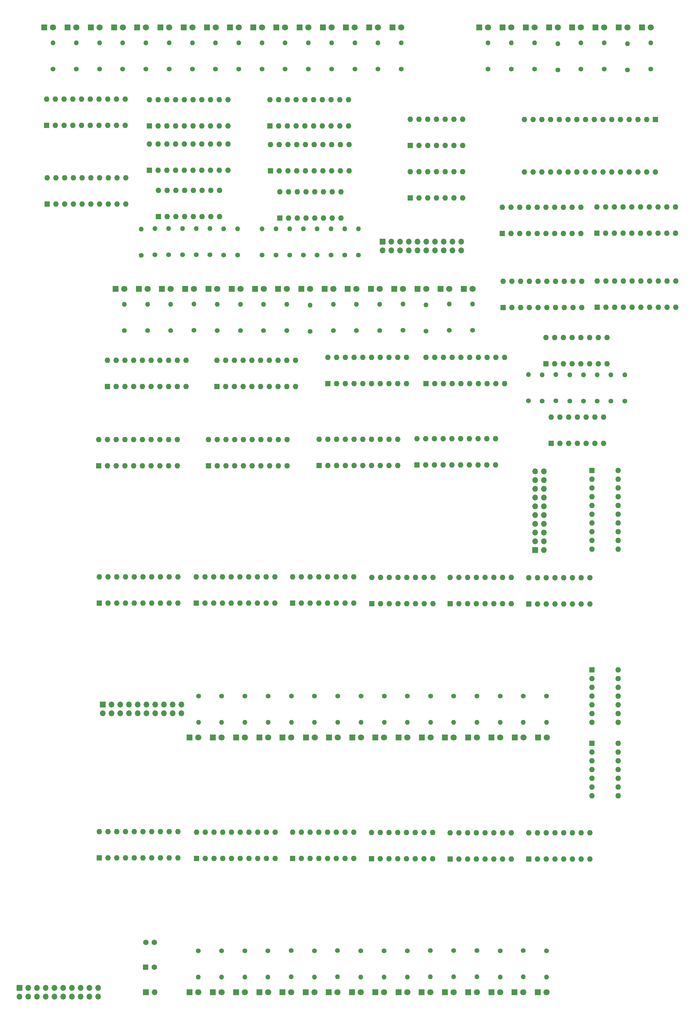
<source format=gbr>
G04 #@! TF.GenerationSoftware,KiCad,Pcbnew,8.0.2*
G04 #@! TF.CreationDate,2024-05-23T12:11:11+02:00*
G04 #@! TF.ProjectId,final-memory,66696e61-6c2d-46d6-956d-6f72792e6b69,rev?*
G04 #@! TF.SameCoordinates,Original*
G04 #@! TF.FileFunction,Soldermask,Bot*
G04 #@! TF.FilePolarity,Negative*
%FSLAX46Y46*%
G04 Gerber Fmt 4.6, Leading zero omitted, Abs format (unit mm)*
G04 Created by KiCad (PCBNEW 8.0.2) date 2024-05-23 12:11:11*
%MOMM*%
%LPD*%
G01*
G04 APERTURE LIST*
%ADD10C,1.400000*%
%ADD11O,1.400000X1.400000*%
%ADD12R,1.800000X1.800000*%
%ADD13C,1.800000*%
%ADD14R,1.600000X1.600000*%
%ADD15O,1.600000X1.600000*%
%ADD16R,1.700000X1.700000*%
%ADD17O,1.700000X1.700000*%
%ADD18C,1.600000*%
G04 APERTURE END LIST*
D10*
X116331572Y-120120000D03*
D11*
X116331572Y-112500000D03*
D12*
X175396572Y-129940000D03*
D13*
X177936572Y-129940000D03*
D12*
X186671572Y-54000000D03*
D13*
X189211572Y-54000000D03*
D10*
X164421572Y-142000000D03*
D11*
X164421572Y-134380000D03*
D10*
X69446572Y-66120000D03*
D11*
X69446572Y-58500000D03*
D12*
X142896572Y-334250000D03*
D13*
X145436572Y-334250000D03*
D14*
X140091572Y-181250000D03*
D15*
X142631572Y-181250000D03*
X145171572Y-181250000D03*
X147711572Y-181250000D03*
X150251572Y-181250000D03*
X152791572Y-181250000D03*
X155331572Y-181250000D03*
X157871572Y-181250000D03*
X160411572Y-181250000D03*
X162951572Y-181250000D03*
X162951572Y-173630000D03*
X160411572Y-173630000D03*
X157871572Y-173630000D03*
X155331572Y-173630000D03*
X152791572Y-173630000D03*
X150251572Y-173630000D03*
X147711572Y-173630000D03*
X145171572Y-173630000D03*
X142631572Y-173630000D03*
X140091572Y-173630000D03*
D14*
X219421572Y-182710000D03*
D15*
X219421572Y-185250000D03*
X219421572Y-187790000D03*
X219421572Y-190330000D03*
X219421572Y-192870000D03*
X219421572Y-195410000D03*
X219421572Y-197950000D03*
X219421572Y-200490000D03*
X219421572Y-203030000D03*
X219421572Y-205570000D03*
X227041572Y-205570000D03*
X227041572Y-203030000D03*
X227041572Y-200490000D03*
X227041572Y-197950000D03*
X227041572Y-195410000D03*
X227041572Y-192870000D03*
X227041572Y-190330000D03*
X227041572Y-187790000D03*
X227041572Y-185250000D03*
X227041572Y-182710000D03*
D10*
X137421572Y-142310000D03*
D11*
X137421572Y-134690000D03*
D10*
X89696572Y-66120000D03*
D11*
X89696572Y-58500000D03*
D10*
X143501572Y-120130000D03*
D11*
X143501572Y-112510000D03*
D12*
X121411572Y-129940000D03*
D13*
X123951572Y-129940000D03*
D12*
X115896572Y-334250000D03*
D13*
X118436572Y-334250000D03*
D10*
X206196572Y-322190000D03*
D11*
X206196572Y-329810000D03*
D14*
X178171572Y-295550000D03*
D15*
X180711572Y-295550000D03*
X183251572Y-295550000D03*
X185791572Y-295550000D03*
X188331572Y-295550000D03*
X190871572Y-295550000D03*
X193411572Y-295550000D03*
X195951572Y-295550000D03*
X195951572Y-287930000D03*
X193411572Y-287930000D03*
X190871572Y-287930000D03*
X188331572Y-287930000D03*
X185791572Y-287930000D03*
X183251572Y-287930000D03*
X180711572Y-287930000D03*
X178171572Y-287930000D03*
D12*
X129421572Y-334250000D03*
D13*
X131961572Y-334250000D03*
D10*
X229711572Y-66370000D03*
D11*
X229711572Y-58750000D03*
D16*
X158551572Y-116210000D03*
D17*
X158551572Y-118750000D03*
X161091572Y-116210000D03*
X161091572Y-118750000D03*
X163631572Y-116210000D03*
X163631572Y-118750000D03*
X166171572Y-116210000D03*
X166171572Y-118750000D03*
X168711572Y-116210000D03*
X168711572Y-118750000D03*
X171251572Y-116210000D03*
X171251572Y-118750000D03*
X173791572Y-116210000D03*
X173791572Y-118750000D03*
X176331572Y-116210000D03*
X176331572Y-118750000D03*
X178871572Y-116210000D03*
X178871572Y-118750000D03*
X181411572Y-116210000D03*
X181411572Y-118750000D03*
D10*
X209461572Y-66370000D03*
D11*
X209461572Y-58750000D03*
D12*
X196911572Y-334250000D03*
D13*
X199451572Y-334250000D03*
D12*
X147891572Y-54000000D03*
D13*
X150431572Y-54000000D03*
D10*
X135501572Y-120130000D03*
D11*
X135501572Y-112510000D03*
D10*
X110411572Y-142060000D03*
D11*
X110411572Y-134440000D03*
D10*
X104331572Y-120060000D03*
D11*
X104331572Y-112440000D03*
D10*
X147501572Y-120130000D03*
D11*
X147501572Y-112510000D03*
D14*
X201046572Y-295550000D03*
D15*
X203586572Y-295550000D03*
X206126572Y-295550000D03*
X208666572Y-295550000D03*
X211206572Y-295550000D03*
X213746572Y-295550000D03*
X216286572Y-295550000D03*
X218826572Y-295550000D03*
X218826572Y-287930000D03*
X216286572Y-287930000D03*
X213746572Y-287930000D03*
X211206572Y-287930000D03*
X208666572Y-287930000D03*
X206126572Y-287930000D03*
X203586572Y-287930000D03*
X201046572Y-287930000D03*
D10*
X144171572Y-142060000D03*
D11*
X144171572Y-134440000D03*
D10*
X172486572Y-248250000D03*
D11*
X172486572Y-255870000D03*
D10*
X131501572Y-120130000D03*
D11*
X131501572Y-112510000D03*
D10*
X108331572Y-120060000D03*
D11*
X108331572Y-112440000D03*
D10*
X130196572Y-66120000D03*
D11*
X130196572Y-58500000D03*
D14*
X220931572Y-135300000D03*
D15*
X223471572Y-135300000D03*
X226011572Y-135300000D03*
X228551572Y-135300000D03*
X231091572Y-135300000D03*
X233631572Y-135300000D03*
X236171572Y-135300000D03*
X238711572Y-135300000D03*
X241251572Y-135300000D03*
X243791572Y-135300000D03*
X243791572Y-127680000D03*
X241251572Y-127680000D03*
X238711572Y-127680000D03*
X236171572Y-127680000D03*
X233631572Y-127680000D03*
X231091572Y-127680000D03*
X228551572Y-127680000D03*
X226011572Y-127680000D03*
X223471572Y-127680000D03*
X220931572Y-127680000D03*
D12*
X80431572Y-54000000D03*
D13*
X82971572Y-54000000D03*
D14*
X60996572Y-105300000D03*
D15*
X63536572Y-105300000D03*
X66076572Y-105300000D03*
X68616572Y-105300000D03*
X71156572Y-105300000D03*
X73696572Y-105300000D03*
X76236572Y-105300000D03*
X78776572Y-105300000D03*
X81316572Y-105300000D03*
X83856572Y-105300000D03*
X83856572Y-97680000D03*
X81316572Y-97680000D03*
X78776572Y-97680000D03*
X76236572Y-97680000D03*
X73696572Y-97680000D03*
X71156572Y-97680000D03*
X68616572Y-97680000D03*
X66076572Y-97680000D03*
X63536572Y-97680000D03*
X60996572Y-97680000D03*
D12*
X161881572Y-129940000D03*
D13*
X164421572Y-129940000D03*
D16*
X77131572Y-250710000D03*
D17*
X77131572Y-253250000D03*
X79671572Y-250710000D03*
X79671572Y-253250000D03*
X82211572Y-250710000D03*
X82211572Y-253250000D03*
X84751572Y-250710000D03*
X84751572Y-253250000D03*
X87291572Y-250710000D03*
X87291572Y-253250000D03*
X89831572Y-250710000D03*
X89831572Y-253250000D03*
X92371572Y-250710000D03*
X92371572Y-253250000D03*
X94911572Y-250710000D03*
X94911572Y-253250000D03*
X97451572Y-250710000D03*
X97451572Y-253250000D03*
X99991572Y-250710000D03*
X99991572Y-253250000D03*
D10*
X216211572Y-66120000D03*
D11*
X216211572Y-58500000D03*
D12*
X200171572Y-54000000D03*
D13*
X202711572Y-54000000D03*
D10*
X150921572Y-142060000D03*
D11*
X150921572Y-134440000D03*
D16*
X89646572Y-334250000D03*
D17*
X92186572Y-334250000D03*
D12*
X149711572Y-260250000D03*
D13*
X152251572Y-260250000D03*
D10*
X123911572Y-142060000D03*
D11*
X123911572Y-134440000D03*
D10*
X90161572Y-142060000D03*
D11*
X90161572Y-134440000D03*
D10*
X157671572Y-142060000D03*
D11*
X157671572Y-134440000D03*
D12*
X196921572Y-260250000D03*
D13*
X199461572Y-260250000D03*
D12*
X107431572Y-54000000D03*
D13*
X109971572Y-54000000D03*
D12*
X156421572Y-260250000D03*
D13*
X158961572Y-260250000D03*
D10*
X206196572Y-248190000D03*
D11*
X206196572Y-255810000D03*
D12*
X161406572Y-54000000D03*
D13*
X163946572Y-54000000D03*
D10*
X131936572Y-322130000D03*
D11*
X131936572Y-329750000D03*
D10*
X116696572Y-66120000D03*
D11*
X116696572Y-58500000D03*
D16*
X52931572Y-333000000D03*
D17*
X52931572Y-335540000D03*
X55471572Y-333000000D03*
X55471572Y-335540000D03*
X58011572Y-333000000D03*
X58011572Y-335540000D03*
X60551572Y-333000000D03*
X60551572Y-335540000D03*
X63091572Y-333000000D03*
X63091572Y-335540000D03*
X65631572Y-333000000D03*
X65631572Y-335540000D03*
X68171572Y-333000000D03*
X68171572Y-335540000D03*
X70711572Y-333000000D03*
X70711572Y-335540000D03*
X73251572Y-333000000D03*
X73251572Y-335540000D03*
X75791572Y-333000000D03*
X75791572Y-335540000D03*
D12*
X141141572Y-54000000D03*
D13*
X143681572Y-54000000D03*
D10*
X145436572Y-322130000D03*
D11*
X145436572Y-329750000D03*
D12*
X183421572Y-260250000D03*
D13*
X185961572Y-260250000D03*
D10*
X117161572Y-142060000D03*
D11*
X117161572Y-134440000D03*
D12*
X190186572Y-260250000D03*
D13*
X192726572Y-260250000D03*
D14*
X220851572Y-113750000D03*
D15*
X223391572Y-113750000D03*
X225931572Y-113750000D03*
X228471572Y-113750000D03*
X231011572Y-113750000D03*
X233551572Y-113750000D03*
X236091572Y-113750000D03*
X238631572Y-113750000D03*
X241171572Y-113750000D03*
X243711572Y-113750000D03*
X243711572Y-106130000D03*
X241171572Y-106130000D03*
X238631572Y-106130000D03*
X236091572Y-106130000D03*
X233551572Y-106130000D03*
X231011572Y-106130000D03*
X228471572Y-106130000D03*
X225931572Y-106130000D03*
X223391572Y-106130000D03*
X220851572Y-106130000D03*
D12*
X128121572Y-129940000D03*
D13*
X130661572Y-129940000D03*
D12*
X233936572Y-54000000D03*
D13*
X236476572Y-54000000D03*
D10*
X109946572Y-66120000D03*
D11*
X109946572Y-58500000D03*
D10*
X184671572Y-142000000D03*
D11*
X184671572Y-134380000D03*
D12*
X149671572Y-334250000D03*
D13*
X152211572Y-334250000D03*
D10*
X103661572Y-142000000D03*
D11*
X103661572Y-134380000D03*
D12*
X87156572Y-54000000D03*
D13*
X89696572Y-54000000D03*
D10*
X125236572Y-248190000D03*
D11*
X125236572Y-255810000D03*
D14*
X90681572Y-82620000D03*
D15*
X93221572Y-82620000D03*
X95761572Y-82620000D03*
X98301572Y-82620000D03*
X100841572Y-82620000D03*
X103381572Y-82620000D03*
X105921572Y-82620000D03*
X108461572Y-82620000D03*
X111001572Y-82620000D03*
X113541572Y-82620000D03*
X113541572Y-75000000D03*
X111001572Y-75000000D03*
X108461572Y-75000000D03*
X105921572Y-75000000D03*
X103381572Y-75000000D03*
X100841572Y-75000000D03*
X98301572Y-75000000D03*
X95761572Y-75000000D03*
X93221572Y-75000000D03*
X90681572Y-75000000D03*
D10*
X96911572Y-142060000D03*
D11*
X96911572Y-134440000D03*
D10*
X104911572Y-322190000D03*
D11*
X104911572Y-329810000D03*
D10*
X171171572Y-142250000D03*
D11*
X171171572Y-134630000D03*
D10*
X220921572Y-162500000D03*
D11*
X220921572Y-154880000D03*
D10*
X200921572Y-162440000D03*
D11*
X200921572Y-154820000D03*
D14*
X193601572Y-135370000D03*
D15*
X196141572Y-135370000D03*
X198681572Y-135370000D03*
X201221572Y-135370000D03*
X203761572Y-135370000D03*
X206301572Y-135370000D03*
X208841572Y-135370000D03*
X211381572Y-135370000D03*
X213921572Y-135370000D03*
X216461572Y-135370000D03*
X216461572Y-127750000D03*
X213921572Y-127750000D03*
X211381572Y-127750000D03*
X208841572Y-127750000D03*
X206301572Y-127750000D03*
X203761572Y-127750000D03*
X201221572Y-127750000D03*
X198681572Y-127750000D03*
X196141572Y-127750000D03*
X193601572Y-127750000D03*
D14*
X132381572Y-295370000D03*
D15*
X134921572Y-295370000D03*
X137461572Y-295370000D03*
X140001572Y-295370000D03*
X142541572Y-295370000D03*
X145081572Y-295370000D03*
X147621572Y-295370000D03*
X150161572Y-295370000D03*
X150161572Y-287750000D03*
X147621572Y-287750000D03*
X145081572Y-287750000D03*
X142541572Y-287750000D03*
X140001572Y-287750000D03*
X137461572Y-287750000D03*
X134921572Y-287750000D03*
X132381572Y-287750000D03*
D12*
X101121572Y-129940000D03*
D13*
X103661572Y-129940000D03*
D14*
X171141572Y-157430000D03*
D15*
X173681572Y-157430000D03*
X176221572Y-157430000D03*
X178761572Y-157430000D03*
X181301572Y-157430000D03*
X183841572Y-157430000D03*
X186381572Y-157430000D03*
X188921572Y-157430000D03*
X191461572Y-157430000D03*
X194001572Y-157430000D03*
X194001572Y-149810000D03*
X191461572Y-149810000D03*
X188921572Y-149810000D03*
X186381572Y-149810000D03*
X183841572Y-149810000D03*
X181301572Y-149810000D03*
X178761572Y-149810000D03*
X176221572Y-149810000D03*
X173681572Y-149810000D03*
X171141572Y-149810000D03*
D10*
X185946572Y-248190000D03*
D11*
X185946572Y-255810000D03*
D12*
X220421572Y-54000000D03*
D13*
X222961572Y-54000000D03*
D12*
X109146572Y-334250000D03*
D13*
X111686572Y-334250000D03*
D12*
X206921572Y-54000000D03*
D13*
X209461572Y-54000000D03*
D12*
X102396572Y-334250000D03*
D13*
X104936572Y-334250000D03*
D10*
X236461572Y-66120000D03*
D11*
X236461572Y-58500000D03*
D10*
X208921572Y-162440000D03*
D11*
X208921572Y-154820000D03*
D12*
X134881572Y-129940000D03*
D13*
X137421572Y-129940000D03*
D10*
X82946572Y-66120000D03*
D11*
X82946572Y-58500000D03*
D12*
X94371572Y-129940000D03*
D13*
X96911572Y-129940000D03*
D12*
X213671572Y-54000000D03*
D13*
X216211572Y-54000000D03*
D12*
X109171572Y-260250000D03*
D13*
X111711572Y-260250000D03*
D12*
X87621572Y-129940000D03*
D13*
X90161572Y-129940000D03*
D12*
X176671572Y-260250000D03*
D13*
X179211572Y-260250000D03*
D10*
X138696572Y-248250000D03*
D11*
X138696572Y-255870000D03*
D10*
X222961572Y-66120000D03*
D11*
X222961572Y-58500000D03*
D14*
X76171572Y-295250000D03*
D15*
X78711572Y-295250000D03*
X81251572Y-295250000D03*
X83791572Y-295250000D03*
X86331572Y-295250000D03*
X88871572Y-295250000D03*
X91411572Y-295250000D03*
X93951572Y-295250000D03*
X96491572Y-295250000D03*
X99031572Y-295250000D03*
X99031572Y-287630000D03*
X96491572Y-287630000D03*
X93951572Y-287630000D03*
X91411572Y-287630000D03*
X88871572Y-287630000D03*
X86331572Y-287630000D03*
X83791572Y-287630000D03*
X81251572Y-287630000D03*
X78711572Y-287630000D03*
X76171572Y-287630000D03*
D14*
X219371572Y-240625000D03*
D15*
X219371572Y-243165000D03*
X219371572Y-245705000D03*
X219371572Y-248245000D03*
X219371572Y-250785000D03*
X219371572Y-253325000D03*
X219371572Y-255865000D03*
X226991572Y-255865000D03*
X226991572Y-253325000D03*
X226991572Y-250785000D03*
X226991572Y-248245000D03*
X226991572Y-245705000D03*
X226991572Y-243165000D03*
X226991572Y-240625000D03*
D14*
X76141572Y-221250000D03*
D15*
X78681572Y-221250000D03*
X81221572Y-221250000D03*
X83761572Y-221250000D03*
X86301572Y-221250000D03*
X88841572Y-221250000D03*
X91381572Y-221250000D03*
X93921572Y-221250000D03*
X96461572Y-221250000D03*
X99001572Y-221250000D03*
X99001572Y-213630000D03*
X96461572Y-213630000D03*
X93921572Y-213630000D03*
X91381572Y-213630000D03*
X88841572Y-213630000D03*
X86301572Y-213630000D03*
X83761572Y-213630000D03*
X81221572Y-213630000D03*
X78681572Y-213630000D03*
X76141572Y-213630000D03*
D12*
X115936572Y-260250000D03*
D13*
X118476572Y-260250000D03*
D10*
X195961572Y-66120000D03*
D11*
X195961572Y-58500000D03*
D12*
X168646572Y-129940000D03*
D13*
X171186572Y-129940000D03*
D12*
X129421572Y-260250000D03*
D13*
X131961572Y-260250000D03*
D10*
X143696572Y-66120000D03*
D11*
X143696572Y-58500000D03*
D10*
X111696572Y-248190000D03*
D11*
X111696572Y-255810000D03*
D12*
X148381572Y-129940000D03*
D13*
X150921572Y-129940000D03*
D12*
X193421572Y-54000000D03*
D13*
X195961572Y-54000000D03*
D14*
X193311572Y-113870000D03*
D15*
X195851572Y-113870000D03*
X198391572Y-113870000D03*
X200931572Y-113870000D03*
X203471572Y-113870000D03*
X206011572Y-113870000D03*
X208551572Y-113870000D03*
X211091572Y-113870000D03*
X213631572Y-113870000D03*
X216171572Y-113870000D03*
X216171572Y-106250000D03*
X213631572Y-106250000D03*
X211091572Y-106250000D03*
X208551572Y-106250000D03*
X206011572Y-106250000D03*
X203471572Y-106250000D03*
X200931572Y-106250000D03*
X198391572Y-106250000D03*
X195851572Y-106250000D03*
X193311572Y-106250000D03*
D14*
X166546572Y-88300000D03*
D15*
X169086572Y-88300000D03*
X171626572Y-88300000D03*
X174166572Y-88300000D03*
X176706572Y-88300000D03*
X179246572Y-88300000D03*
X181786572Y-88300000D03*
X181786572Y-80680000D03*
X179246572Y-80680000D03*
X176706572Y-80680000D03*
X174166572Y-80680000D03*
X171626572Y-80680000D03*
X169086572Y-80680000D03*
X166546572Y-80680000D03*
D10*
X127501572Y-120130000D03*
D11*
X127501572Y-112510000D03*
D14*
X75996572Y-181300000D03*
D15*
X78536572Y-181300000D03*
X81076572Y-181300000D03*
X83616572Y-181300000D03*
X86156572Y-181300000D03*
X88696572Y-181300000D03*
X91236572Y-181300000D03*
X93776572Y-181300000D03*
X96316572Y-181300000D03*
X98856572Y-181300000D03*
X98856572Y-173680000D03*
X96316572Y-173680000D03*
X93776572Y-173680000D03*
X91236572Y-173680000D03*
X88696572Y-173680000D03*
X86156572Y-173680000D03*
X83616572Y-173680000D03*
X81076572Y-173680000D03*
X78536572Y-173680000D03*
X75996572Y-173680000D03*
D10*
X177921572Y-142000000D03*
D11*
X177921572Y-134380000D03*
D12*
X122711572Y-260250000D03*
D13*
X125251572Y-260250000D03*
D16*
X202881572Y-205820000D03*
D17*
X205421572Y-205820000D03*
X202881572Y-203280000D03*
X205421572Y-203280000D03*
X202881572Y-200740000D03*
X205421572Y-200740000D03*
X202881572Y-198200000D03*
X205421572Y-198200000D03*
X202881572Y-195660000D03*
X205421572Y-195660000D03*
X202881572Y-193120000D03*
X205421572Y-193120000D03*
X202881572Y-190580000D03*
X205421572Y-190580000D03*
X202881572Y-188040000D03*
X205421572Y-188040000D03*
X202881572Y-185500000D03*
X205421572Y-185500000D03*
X202881572Y-182960000D03*
X205421572Y-182960000D03*
D12*
X136171572Y-334250000D03*
D13*
X138711572Y-334250000D03*
D12*
X102421572Y-260250000D03*
D13*
X104961572Y-260250000D03*
D10*
X62696572Y-66120000D03*
D11*
X62696572Y-58500000D03*
D10*
X139501572Y-120130000D03*
D11*
X139501572Y-112510000D03*
D10*
X179186572Y-322130000D03*
D11*
X179186572Y-329750000D03*
D14*
X104311572Y-221250000D03*
D15*
X106851572Y-221250000D03*
X109391572Y-221250000D03*
X111931572Y-221250000D03*
X114471572Y-221250000D03*
X117011572Y-221250000D03*
X119551572Y-221250000D03*
X122091572Y-221250000D03*
X124631572Y-221250000D03*
X127171572Y-221250000D03*
X127171572Y-213630000D03*
X124631572Y-213630000D03*
X122091572Y-213630000D03*
X119551572Y-213630000D03*
X117011572Y-213630000D03*
X114471572Y-213630000D03*
X111931572Y-213630000D03*
X109391572Y-213630000D03*
X106851572Y-213630000D03*
X104311572Y-213630000D03*
D14*
X155351572Y-221380000D03*
D15*
X157891572Y-221380000D03*
X160431572Y-221380000D03*
X162971572Y-221380000D03*
X165511572Y-221380000D03*
X168051572Y-221380000D03*
X170591572Y-221380000D03*
X173131572Y-221380000D03*
X173131572Y-213760000D03*
X170591572Y-213760000D03*
X168051572Y-213760000D03*
X165511572Y-213760000D03*
X162971572Y-213760000D03*
X160431572Y-213760000D03*
X157891572Y-213760000D03*
X155351572Y-213760000D03*
D12*
X107871572Y-129940000D03*
D13*
X110411572Y-129940000D03*
D10*
X145486572Y-248250000D03*
D11*
X145486572Y-255870000D03*
D10*
X111686572Y-322190000D03*
D11*
X111686572Y-329810000D03*
D12*
X80871572Y-129940000D03*
D13*
X83411572Y-129940000D03*
D14*
X107866572Y-181300000D03*
D15*
X110406572Y-181300000D03*
X112946572Y-181300000D03*
X115486572Y-181300000D03*
X118026572Y-181300000D03*
X120566572Y-181300000D03*
X123106572Y-181300000D03*
X125646572Y-181300000D03*
X128186572Y-181300000D03*
X130726572Y-181300000D03*
X130726572Y-173680000D03*
X128186572Y-173680000D03*
X125646572Y-173680000D03*
X123106572Y-173680000D03*
X120566572Y-173680000D03*
X118026572Y-173680000D03*
X115486572Y-173680000D03*
X112946572Y-173680000D03*
X110406572Y-173680000D03*
X107866572Y-173680000D03*
D10*
X179196572Y-248190000D03*
D11*
X179196572Y-255810000D03*
D12*
X93931572Y-54000000D03*
D13*
X96471572Y-54000000D03*
D10*
X165686572Y-322190000D03*
D11*
X165686572Y-329810000D03*
D10*
X131986572Y-248190000D03*
D11*
X131986572Y-255810000D03*
D12*
X190161572Y-334250000D03*
D13*
X192701572Y-334250000D03*
D14*
X155341572Y-295500000D03*
D15*
X157881572Y-295500000D03*
X160421572Y-295500000D03*
X162961572Y-295500000D03*
X165501572Y-295500000D03*
X168041572Y-295500000D03*
X170581572Y-295500000D03*
X173121572Y-295500000D03*
X173121572Y-287880000D03*
X170581572Y-287880000D03*
X168041572Y-287880000D03*
X165501572Y-287880000D03*
X162961572Y-287880000D03*
X160421572Y-287880000D03*
X157881572Y-287880000D03*
X155341572Y-287880000D03*
D14*
X142566572Y-157430000D03*
D15*
X145106572Y-157430000D03*
X147646572Y-157430000D03*
X150186572Y-157430000D03*
X152726572Y-157430000D03*
X155266572Y-157430000D03*
X157806572Y-157430000D03*
X160346572Y-157430000D03*
X162886572Y-157430000D03*
X165426572Y-157430000D03*
X165426572Y-149810000D03*
X162886572Y-149810000D03*
X160346572Y-149810000D03*
X157806572Y-149810000D03*
X155266572Y-149810000D03*
X152726572Y-149810000D03*
X150186572Y-149810000D03*
X147646572Y-149810000D03*
X145106572Y-149810000D03*
X142566572Y-149810000D03*
D10*
X104986572Y-248190000D03*
D11*
X104986572Y-255810000D03*
D12*
X169896572Y-334250000D03*
D13*
X172436572Y-334250000D03*
D10*
X204921572Y-162500000D03*
D11*
X204921572Y-154880000D03*
D10*
X152186572Y-322190000D03*
D11*
X152186572Y-329810000D03*
D14*
X90721572Y-95490000D03*
D15*
X93261572Y-95490000D03*
X95801572Y-95490000D03*
X98341572Y-95490000D03*
X100881572Y-95490000D03*
X103421572Y-95490000D03*
X105961572Y-95490000D03*
X108501572Y-95490000D03*
X111041572Y-95490000D03*
X113581572Y-95490000D03*
X113581572Y-87870000D03*
X111041572Y-87870000D03*
X108501572Y-87870000D03*
X105961572Y-87870000D03*
X103421572Y-87870000D03*
X100881572Y-87870000D03*
X98341572Y-87870000D03*
X95801572Y-87870000D03*
X93261572Y-87870000D03*
X90721572Y-87870000D03*
D12*
X120906572Y-54000000D03*
D13*
X123446572Y-54000000D03*
D10*
X216921572Y-162500000D03*
D11*
X216921572Y-154880000D03*
D10*
X152236572Y-248190000D03*
D11*
X152236572Y-255810000D03*
D10*
X185946572Y-322130000D03*
D11*
X185946572Y-329750000D03*
D10*
X228921572Y-162500000D03*
D11*
X228921572Y-154880000D03*
D12*
X114636572Y-129940000D03*
D13*
X117176572Y-129940000D03*
D10*
X224921572Y-162500000D03*
D11*
X224921572Y-154880000D03*
D10*
X158986572Y-248250000D03*
D11*
X158986572Y-255870000D03*
D12*
X154656572Y-54000000D03*
D13*
X157196572Y-54000000D03*
D14*
X128626572Y-109370000D03*
D15*
X131166572Y-109370000D03*
X133706572Y-109370000D03*
X136246572Y-109370000D03*
X138786572Y-109370000D03*
X141326572Y-109370000D03*
X143866572Y-109370000D03*
X146406572Y-109370000D03*
X146406572Y-101750000D03*
X143866572Y-101750000D03*
X141326572Y-101750000D03*
X138786572Y-101750000D03*
X136246572Y-101750000D03*
X133706572Y-101750000D03*
X131166572Y-101750000D03*
X128626572Y-101750000D03*
D12*
X114141572Y-54000000D03*
D13*
X116681572Y-54000000D03*
D14*
X201016572Y-221430000D03*
D15*
X203556572Y-221430000D03*
X206096572Y-221430000D03*
X208636572Y-221430000D03*
X211176572Y-221430000D03*
X213716572Y-221430000D03*
X216256572Y-221430000D03*
X218796572Y-221430000D03*
X218796572Y-213810000D03*
X216256572Y-213810000D03*
X213716572Y-213810000D03*
X211176572Y-213810000D03*
X208636572Y-213810000D03*
X206096572Y-213810000D03*
X203556572Y-213810000D03*
X201016572Y-213810000D03*
D14*
X168496572Y-181120000D03*
D15*
X171036572Y-181120000D03*
X173576572Y-181120000D03*
X176116572Y-181120000D03*
X178656572Y-181120000D03*
X181196572Y-181120000D03*
X183736572Y-181120000D03*
X186276572Y-181120000D03*
X188816572Y-181120000D03*
X191356572Y-181120000D03*
X191356572Y-173500000D03*
X188816572Y-173500000D03*
X186276572Y-173500000D03*
X183736572Y-173500000D03*
X181196572Y-173500000D03*
X178656572Y-173500000D03*
X176116572Y-173500000D03*
X173576572Y-173500000D03*
X171036572Y-173500000D03*
X168496572Y-173500000D03*
D12*
X182131572Y-129940000D03*
D13*
X184671572Y-129940000D03*
D14*
X93301572Y-108940000D03*
D15*
X95841572Y-108940000D03*
X98381572Y-108940000D03*
X100921572Y-108940000D03*
X103461572Y-108940000D03*
X106001572Y-108940000D03*
X108541572Y-108940000D03*
X111081572Y-108940000D03*
X111081572Y-101320000D03*
X108541572Y-101320000D03*
X106001572Y-101320000D03*
X103461572Y-101320000D03*
X100921572Y-101320000D03*
X98381572Y-101320000D03*
X95841572Y-101320000D03*
X93301572Y-101320000D03*
D10*
X88331572Y-120190000D03*
D11*
X88331572Y-112570000D03*
D10*
X118446572Y-248190000D03*
D11*
X118446572Y-255810000D03*
D14*
X206046572Y-151740000D03*
D15*
X208586572Y-151740000D03*
X211126572Y-151740000D03*
X213666572Y-151740000D03*
X216206572Y-151740000D03*
X218746572Y-151740000D03*
X221286572Y-151740000D03*
X223826572Y-151740000D03*
X223826572Y-144120000D03*
X221286572Y-144120000D03*
X218746572Y-144120000D03*
X216206572Y-144120000D03*
X213666572Y-144120000D03*
X211126572Y-144120000D03*
X208586572Y-144120000D03*
X206046572Y-144120000D03*
D10*
X199446572Y-248250000D03*
D11*
X199446572Y-255870000D03*
D10*
X150446572Y-66120000D03*
D11*
X150446572Y-58500000D03*
D10*
X212921572Y-162500000D03*
D11*
X212921572Y-154880000D03*
D10*
X199446572Y-322130000D03*
D11*
X199446572Y-329750000D03*
D10*
X151501572Y-120130000D03*
D11*
X151501572Y-112510000D03*
D10*
X165736572Y-248250000D03*
D11*
X165736572Y-255870000D03*
D10*
X172411572Y-322130000D03*
D11*
X172411572Y-329750000D03*
D14*
X89606572Y-327000000D03*
D18*
X92106572Y-327000000D03*
D10*
X189211572Y-66120000D03*
D11*
X189211572Y-58500000D03*
D12*
X100681572Y-54000000D03*
D13*
X103221572Y-54000000D03*
D14*
X219371572Y-261915000D03*
D15*
X219371572Y-264455000D03*
X219371572Y-266995000D03*
X219371572Y-269535000D03*
X219371572Y-272075000D03*
X219371572Y-274615000D03*
X219371572Y-277155000D03*
X226991572Y-277155000D03*
X226991572Y-274615000D03*
X226991572Y-272075000D03*
X226991572Y-269535000D03*
X226991572Y-266995000D03*
X226991572Y-264455000D03*
X226991572Y-261915000D03*
D14*
X237861572Y-80760000D03*
D15*
X235321572Y-80760000D03*
X232781572Y-80760000D03*
X230241572Y-80760000D03*
X227701572Y-80760000D03*
X225161572Y-80760000D03*
X222621572Y-80760000D03*
X220081572Y-80760000D03*
X217541572Y-80760000D03*
X215001572Y-80760000D03*
X212461572Y-80760000D03*
X209921572Y-80760000D03*
X207381572Y-80760000D03*
X204841572Y-80760000D03*
X202301572Y-80760000D03*
X199761572Y-80760000D03*
X199761572Y-96000000D03*
X202301572Y-96000000D03*
X204841572Y-96000000D03*
X207381572Y-96000000D03*
X209921572Y-96000000D03*
X212461572Y-96000000D03*
X215001572Y-96000000D03*
X217541572Y-96000000D03*
X220081572Y-96000000D03*
X222621572Y-96000000D03*
X225161572Y-96000000D03*
X227701572Y-96000000D03*
X230241572Y-96000000D03*
X232781572Y-96000000D03*
X235321572Y-96000000D03*
X237861572Y-96000000D03*
D18*
X89661572Y-319750000D03*
X92161572Y-319750000D03*
D12*
X163146572Y-334250000D03*
D13*
X165686572Y-334250000D03*
D14*
X125761572Y-82620000D03*
D15*
X128301572Y-82620000D03*
X130841572Y-82620000D03*
X133381572Y-82620000D03*
X135921572Y-82620000D03*
X138461572Y-82620000D03*
X141001572Y-82620000D03*
X143541572Y-82620000D03*
X146081572Y-82620000D03*
X148621572Y-82620000D03*
X148621572Y-75000000D03*
X146081572Y-75000000D03*
X143541572Y-75000000D03*
X141001572Y-75000000D03*
X138461572Y-75000000D03*
X135921572Y-75000000D03*
X133381572Y-75000000D03*
X130841572Y-75000000D03*
X128301572Y-75000000D03*
X125761572Y-75000000D03*
D10*
X138696572Y-322190000D03*
D11*
X138696572Y-329810000D03*
D10*
X136946572Y-66120000D03*
D11*
X136946572Y-58500000D03*
D14*
X110366572Y-158300000D03*
D15*
X112906572Y-158300000D03*
X115446572Y-158300000D03*
X117986572Y-158300000D03*
X120526572Y-158300000D03*
X123066572Y-158300000D03*
X125606572Y-158300000D03*
X128146572Y-158300000D03*
X130686572Y-158300000D03*
X133226572Y-158300000D03*
X133226572Y-150680000D03*
X130686572Y-150680000D03*
X128146572Y-150680000D03*
X125606572Y-150680000D03*
X123066572Y-150680000D03*
X120526572Y-150680000D03*
X117986572Y-150680000D03*
X115446572Y-150680000D03*
X112906572Y-150680000D03*
X110366572Y-150680000D03*
D10*
X163946572Y-66120000D03*
D11*
X163946572Y-58500000D03*
D10*
X83411572Y-142060000D03*
D11*
X83411572Y-134440000D03*
D12*
X203646572Y-334250000D03*
D13*
X206186572Y-334250000D03*
D12*
X66946572Y-54000000D03*
D13*
X69486572Y-54000000D03*
D10*
X92331572Y-120060000D03*
D11*
X92331572Y-112440000D03*
D12*
X73696572Y-54000000D03*
D13*
X76236572Y-54000000D03*
D14*
X60786572Y-82430000D03*
D15*
X63326572Y-82430000D03*
X65866572Y-82430000D03*
X68406572Y-82430000D03*
X70946572Y-82430000D03*
X73486572Y-82430000D03*
X76026572Y-82430000D03*
X78566572Y-82430000D03*
X81106572Y-82430000D03*
X83646572Y-82430000D03*
X83646572Y-74810000D03*
X81106572Y-74810000D03*
X78566572Y-74810000D03*
X76026572Y-74810000D03*
X73486572Y-74810000D03*
X70946572Y-74810000D03*
X68406572Y-74810000D03*
X65866572Y-74810000D03*
X63326572Y-74810000D03*
X60786572Y-74810000D03*
D10*
X96446572Y-66120000D03*
D11*
X96446572Y-58500000D03*
D14*
X125931572Y-95620000D03*
D15*
X128471572Y-95620000D03*
X131011572Y-95620000D03*
X133551572Y-95620000D03*
X136091572Y-95620000D03*
X138631572Y-95620000D03*
X141171572Y-95620000D03*
X143711572Y-95620000D03*
X146251572Y-95620000D03*
X148791572Y-95620000D03*
X148791572Y-88000000D03*
X146251572Y-88000000D03*
X143711572Y-88000000D03*
X141171572Y-88000000D03*
X138631572Y-88000000D03*
X136091572Y-88000000D03*
X133551572Y-88000000D03*
X131011572Y-88000000D03*
X128471572Y-88000000D03*
X125931572Y-88000000D03*
D12*
X60171572Y-54000000D03*
D13*
X62711572Y-54000000D03*
D12*
X227171572Y-54000000D03*
D13*
X229711572Y-54000000D03*
D10*
X123446572Y-66120000D03*
D11*
X123446572Y-58500000D03*
D14*
X178141572Y-221380000D03*
D15*
X180681572Y-221380000D03*
X183221572Y-221380000D03*
X185761572Y-221380000D03*
X188301572Y-221380000D03*
X190841572Y-221380000D03*
X193381572Y-221380000D03*
X195921572Y-221380000D03*
X195921572Y-213760000D03*
X193381572Y-213760000D03*
X190841572Y-213760000D03*
X188301572Y-213760000D03*
X185761572Y-213760000D03*
X183221572Y-213760000D03*
X180681572Y-213760000D03*
X178141572Y-213760000D03*
D10*
X158936572Y-322190000D03*
D11*
X158936572Y-329810000D03*
D14*
X104381572Y-295370000D03*
D15*
X106921572Y-295370000D03*
X109461572Y-295370000D03*
X112001572Y-295370000D03*
X114541572Y-295370000D03*
X117081572Y-295370000D03*
X119621572Y-295370000D03*
X122161572Y-295370000D03*
X124701572Y-295370000D03*
X127241572Y-295370000D03*
X127241572Y-287750000D03*
X124701572Y-287750000D03*
X122161572Y-287750000D03*
X119621572Y-287750000D03*
X117081572Y-287750000D03*
X114541572Y-287750000D03*
X112001572Y-287750000D03*
X109461572Y-287750000D03*
X106921572Y-287750000D03*
X104381572Y-287750000D03*
D14*
X207546572Y-174800000D03*
D15*
X210086572Y-174800000D03*
X212626572Y-174800000D03*
X215166572Y-174800000D03*
X217706572Y-174800000D03*
X220246572Y-174800000D03*
X222786572Y-174800000D03*
X222786572Y-167180000D03*
X220246572Y-167180000D03*
X217706572Y-167180000D03*
X215166572Y-167180000D03*
X212626572Y-167180000D03*
X210086572Y-167180000D03*
X207546572Y-167180000D03*
D12*
X134391572Y-54000000D03*
D13*
X136931572Y-54000000D03*
D10*
X123501572Y-120130000D03*
D11*
X123501572Y-112510000D03*
D10*
X112331572Y-120120000D03*
D11*
X112331572Y-112500000D03*
D14*
X166546572Y-103550000D03*
D15*
X169086572Y-103550000D03*
X171626572Y-103550000D03*
X174166572Y-103550000D03*
X176706572Y-103550000D03*
X179246572Y-103550000D03*
X181786572Y-103550000D03*
X181786572Y-95930000D03*
X179246572Y-95930000D03*
X176706572Y-95930000D03*
X174166572Y-95930000D03*
X171626572Y-95930000D03*
X169086572Y-95930000D03*
X166546572Y-95930000D03*
D12*
X142936572Y-260250000D03*
D13*
X145476572Y-260250000D03*
D12*
X141631572Y-129940000D03*
D13*
X144171572Y-129940000D03*
D10*
X76196572Y-66120000D03*
D11*
X76196572Y-58500000D03*
D14*
X78546572Y-158300000D03*
D15*
X81086572Y-158300000D03*
X83626572Y-158300000D03*
X86166572Y-158300000D03*
X88706572Y-158300000D03*
X91246572Y-158300000D03*
X93786572Y-158300000D03*
X96326572Y-158300000D03*
X98866572Y-158300000D03*
X101406572Y-158300000D03*
X101406572Y-150680000D03*
X98866572Y-150680000D03*
X96326572Y-150680000D03*
X93786572Y-150680000D03*
X91246572Y-150680000D03*
X88706572Y-150680000D03*
X86166572Y-150680000D03*
X83626572Y-150680000D03*
X81086572Y-150680000D03*
X78546572Y-150680000D03*
D12*
X156396572Y-334250000D03*
D13*
X158936572Y-334250000D03*
D12*
X169921572Y-260250000D03*
D13*
X172461572Y-260250000D03*
D12*
X203711572Y-260250000D03*
D13*
X206251572Y-260250000D03*
D10*
X202711572Y-66120000D03*
D11*
X202711572Y-58500000D03*
D10*
X157196572Y-66120000D03*
D11*
X157196572Y-58500000D03*
D12*
X176646572Y-334250000D03*
D13*
X179186572Y-334250000D03*
D10*
X192736572Y-248250000D03*
D11*
X192736572Y-255870000D03*
D10*
X103196572Y-66120000D03*
D11*
X103196572Y-58500000D03*
D12*
X155146572Y-129940000D03*
D13*
X157686572Y-129940000D03*
D12*
X122671572Y-334250000D03*
D13*
X125211572Y-334250000D03*
D12*
X136211572Y-260250000D03*
D13*
X138751572Y-260250000D03*
D12*
X127641572Y-54000000D03*
D13*
X130181572Y-54000000D03*
D10*
X130661572Y-142060000D03*
D11*
X130661572Y-134440000D03*
D14*
X132391572Y-221250000D03*
D15*
X134931572Y-221250000D03*
X137471572Y-221250000D03*
X140011572Y-221250000D03*
X142551572Y-221250000D03*
X145091572Y-221250000D03*
X147631572Y-221250000D03*
X150171572Y-221250000D03*
X150171572Y-213630000D03*
X147631572Y-213630000D03*
X145091572Y-213630000D03*
X142551572Y-213630000D03*
X140011572Y-213630000D03*
X137471572Y-213630000D03*
X134931572Y-213630000D03*
X132391572Y-213630000D03*
D10*
X118446572Y-322190000D03*
D11*
X118446572Y-329810000D03*
D10*
X125196572Y-322190000D03*
D11*
X125196572Y-329810000D03*
D10*
X192696572Y-322190000D03*
D11*
X192696572Y-329810000D03*
D12*
X163171572Y-260250000D03*
D13*
X165711572Y-260250000D03*
D12*
X183396572Y-334250000D03*
D13*
X185936572Y-334250000D03*
D10*
X100331572Y-120060000D03*
D11*
X100331572Y-112440000D03*
D10*
X96331572Y-120060000D03*
D11*
X96331572Y-112440000D03*
M02*

</source>
